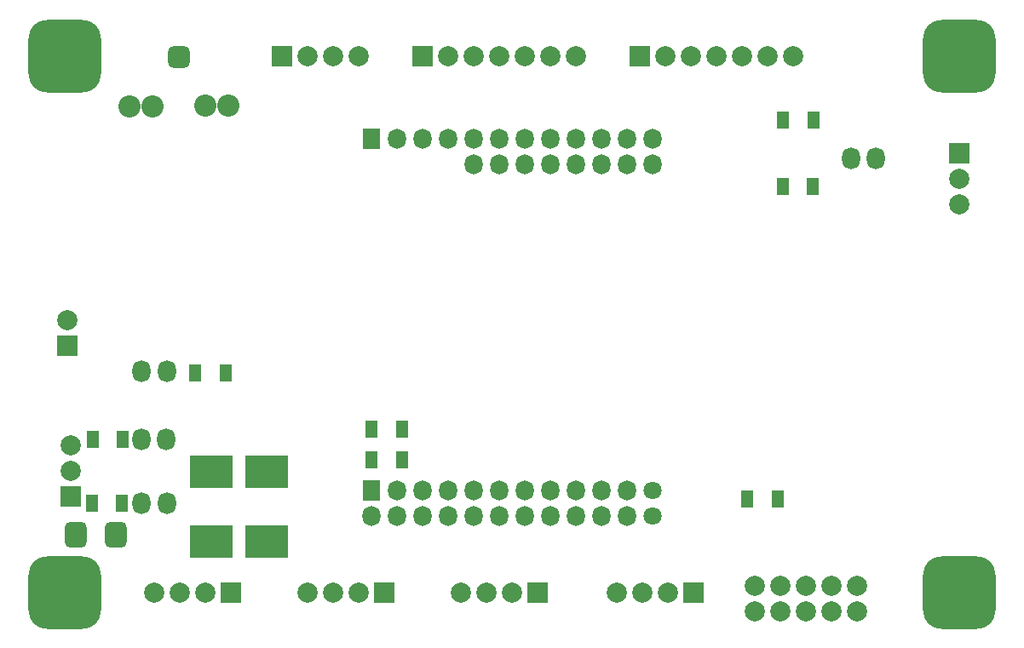
<source format=gbs>
G04 Layer_Color=16711935*
%FSLAX44Y44*%
%MOMM*%
G71*
G01*
G75*
%ADD34C,2.0032*%
%ADD35R,2.0032X2.0032*%
%ADD36R,2.0032X2.0032*%
%ADD37C,2.2032*%
G04:AMPARAMS|DCode=38|XSize=2.2032mm|YSize=2.2032mm|CornerRadius=0.6016mm|HoleSize=0mm|Usage=FLASHONLY|Rotation=270.000|XOffset=0mm|YOffset=0mm|HoleType=Round|Shape=RoundedRectangle|*
%AMROUNDEDRECTD38*
21,1,2.2032,1.0000,0,0,270.0*
21,1,1.0000,2.2032,0,0,270.0*
1,1,1.2032,-0.5000,-0.5000*
1,1,1.2032,-0.5000,0.5000*
1,1,1.2032,0.5000,0.5000*
1,1,1.2032,0.5000,-0.5000*
%
%ADD38ROUNDEDRECTD38*%
%ADD39O,1.8032X2.2032*%
G04:AMPARAMS|DCode=40|XSize=7.2032mm|YSize=7.2032mm|CornerRadius=1.8516mm|HoleSize=0mm|Usage=FLASHONLY|Rotation=0.000|XOffset=0mm|YOffset=0mm|HoleType=Round|Shape=RoundedRectangle|*
%AMROUNDEDRECTD40*
21,1,7.2032,3.5000,0,0,0.0*
21,1,3.5000,7.2032,0,0,0.0*
1,1,3.7032,1.7500,-1.7500*
1,1,3.7032,-1.7500,-1.7500*
1,1,3.7032,-1.7500,1.7500*
1,1,3.7032,1.7500,1.7500*
%
%ADD40ROUNDEDRECTD40*%
%ADD41O,1.8032X2.0032*%
%ADD42R,1.8032X2.0032*%
%ADD43C,1.8032*%
%ADD44R,1.2032X1.8032*%
%ADD45R,4.2032X3.2032*%
G04:AMPARAMS|DCode=46|XSize=2.2032mm|YSize=2.6032mm|CornerRadius=0.6016mm|HoleSize=0mm|Usage=FLASHONLY|Rotation=0.000|XOffset=0mm|YOffset=0mm|HoleType=Round|Shape=RoundedRectangle|*
%AMROUNDEDRECTD46*
21,1,2.2032,1.4000,0,0,0.0*
21,1,1.0000,2.6032,0,0,0.0*
1,1,1.2032,0.5000,-0.7000*
1,1,1.2032,-0.5000,-0.7000*
1,1,1.2032,-0.5000,0.7000*
1,1,1.2032,0.5000,0.7000*
%
%ADD46ROUNDEDRECTD46*%
D34*
X307340Y575310D02*
D03*
X812800Y838200D02*
D03*
X787400D02*
D03*
X762000D02*
D03*
X685800D02*
D03*
X711200D02*
D03*
X736600D02*
D03*
X1028700D02*
D03*
X1003300D02*
D03*
X977900D02*
D03*
X901700D02*
D03*
X927100D02*
D03*
X952500D02*
D03*
X904240Y304800D02*
D03*
X878840D02*
D03*
X853440D02*
D03*
X444500D02*
D03*
X419100D02*
D03*
X393700D02*
D03*
X596900D02*
D03*
X571500D02*
D03*
X546100D02*
D03*
Y838200D02*
D03*
X571500D02*
D03*
X596900D02*
D03*
X749300Y304800D02*
D03*
X723900D02*
D03*
X698500D02*
D03*
X1193800Y690880D02*
D03*
Y716280D02*
D03*
X311150Y450850D02*
D03*
Y425450D02*
D03*
X1016000Y285750D02*
D03*
X1041400D02*
D03*
X1066800D02*
D03*
X990600D02*
D03*
X1092200D02*
D03*
Y311150D02*
D03*
X1066800D02*
D03*
X1041400D02*
D03*
X1016000D02*
D03*
X990600D02*
D03*
D35*
X307340Y549910D02*
D03*
X1193800Y741680D02*
D03*
X311150Y400050D02*
D03*
D36*
X660400Y838200D02*
D03*
X876300D02*
D03*
X929640Y304800D02*
D03*
X469900D02*
D03*
X622300D02*
D03*
X520700Y838200D02*
D03*
X774700Y304800D02*
D03*
D37*
X392176Y787654D02*
D03*
X369316D02*
D03*
X444246Y788924D02*
D03*
X467106D02*
D03*
D38*
X418084Y837184D02*
D03*
D39*
X406200Y524510D02*
D03*
X381200D02*
D03*
X406200Y393700D02*
D03*
X381200D02*
D03*
X406000Y457200D02*
D03*
X381000D02*
D03*
X1111250Y736600D02*
D03*
X1086250D02*
D03*
D40*
X1193800Y304800D02*
D03*
Y838200D02*
D03*
X304800D02*
D03*
Y304800D02*
D03*
D41*
X787400Y406400D02*
D03*
Y381000D02*
D03*
X635000Y755650D02*
D03*
X660400D02*
D03*
X685800D02*
D03*
X711200D02*
D03*
X736600D02*
D03*
X762000D02*
D03*
X889000D02*
D03*
X863600D02*
D03*
X838200D02*
D03*
X787400D02*
D03*
X812800D02*
D03*
X787400Y730250D02*
D03*
X812800D02*
D03*
X838200D02*
D03*
X863600D02*
D03*
X889000D02*
D03*
X762000D02*
D03*
X736600D02*
D03*
X711200D02*
D03*
X609600Y381000D02*
D03*
X635000D02*
D03*
X660400D02*
D03*
X685800D02*
D03*
X711200D02*
D03*
X736600D02*
D03*
X762000D02*
D03*
X863600D02*
D03*
X838200D02*
D03*
X812800D02*
D03*
Y406400D02*
D03*
X838200D02*
D03*
X863600D02*
D03*
X762000D02*
D03*
X736600D02*
D03*
X711200D02*
D03*
X685800D02*
D03*
X660400D02*
D03*
X635000D02*
D03*
D42*
X609600Y755650D02*
D03*
Y406400D02*
D03*
D43*
X889000Y381000D02*
D03*
Y406400D02*
D03*
D44*
X464580Y523240D02*
D03*
X434580D02*
D03*
X332472Y456438D02*
D03*
X362472D02*
D03*
X331710Y393700D02*
D03*
X361710D02*
D03*
X1018780Y774700D02*
D03*
X1048780D02*
D03*
X1018540Y708660D02*
D03*
X1048540D02*
D03*
X609840Y467360D02*
D03*
X639840D02*
D03*
X609840Y436880D02*
D03*
X639840D02*
D03*
X983220Y397510D02*
D03*
X1013220D02*
D03*
D45*
X450850Y424890D02*
D03*
Y354890D02*
D03*
X505460Y424890D02*
D03*
Y354890D02*
D03*
D46*
X355600Y361950D02*
D03*
X316230D02*
D03*
M02*

</source>
